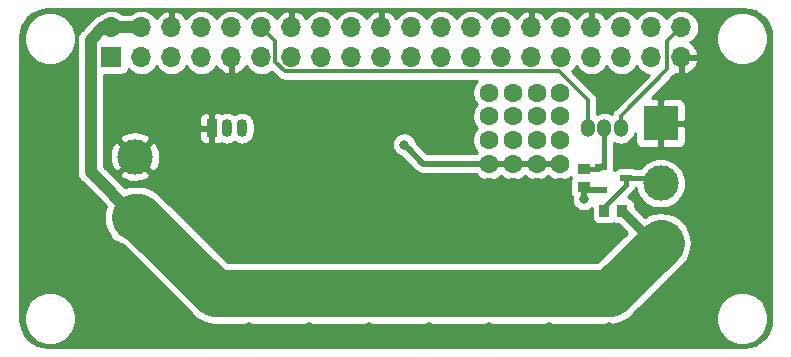
<source format=gbl>
G04 #@! TF.GenerationSoftware,KiCad,Pcbnew,5.0.0-fee4fd1~66~ubuntu16.04.1*
G04 #@! TF.CreationDate,2018-08-08T16:47:19+03:00*
G04 #@! TF.ProjectId,rpi_zero_ws2812,7270695F7A65726F5F7773323831322E,rev?*
G04 #@! TF.SameCoordinates,Original*
G04 #@! TF.FileFunction,Copper,L2,Bot,Signal*
G04 #@! TF.FilePolarity,Positive*
%FSLAX46Y46*%
G04 Gerber Fmt 4.6, Leading zero omitted, Abs format (unit mm)*
G04 Created by KiCad (PCBNEW 5.0.0-fee4fd1~66~ubuntu16.04.1) date Wed Aug  8 16:47:19 2018*
%MOMM*%
%LPD*%
G01*
G04 APERTURE LIST*
G04 #@! TA.AperFunction,ComponentPad*
%ADD10C,1.600000*%
G04 #@! TD*
G04 #@! TA.AperFunction,SMDPad,CuDef*
%ADD11R,0.899160X1.000760*%
G04 #@! TD*
G04 #@! TA.AperFunction,SMDPad,CuDef*
%ADD12R,1.000760X0.899160*%
G04 #@! TD*
G04 #@! TA.AperFunction,SMDPad,CuDef*
%ADD13R,1.000760X0.599440*%
G04 #@! TD*
G04 #@! TA.AperFunction,ComponentPad*
%ADD14O,1.700000X1.700000*%
G04 #@! TD*
G04 #@! TA.AperFunction,ComponentPad*
%ADD15R,1.700000X1.700000*%
G04 #@! TD*
G04 #@! TA.AperFunction,ComponentPad*
%ADD16R,0.900000X1.500000*%
G04 #@! TD*
G04 #@! TA.AperFunction,ComponentPad*
%ADD17O,0.900000X1.500000*%
G04 #@! TD*
G04 #@! TA.AperFunction,ComponentPad*
%ADD18R,2.999740X2.999740*%
G04 #@! TD*
G04 #@! TA.AperFunction,ComponentPad*
%ADD19C,2.999740*%
G04 #@! TD*
G04 #@! TA.AperFunction,SMDPad,CuDef*
%ADD20O,1.224000X1.524000*%
G04 #@! TD*
G04 #@! TA.AperFunction,ViaPad*
%ADD21C,0.800000*%
G04 #@! TD*
G04 #@! TA.AperFunction,Conductor*
%ADD22C,0.500000*%
G04 #@! TD*
G04 #@! TA.AperFunction,Conductor*
%ADD23C,4.000000*%
G04 #@! TD*
G04 #@! TA.AperFunction,Conductor*
%ADD24C,1.000000*%
G04 #@! TD*
G04 #@! TA.AperFunction,Conductor*
%ADD25C,0.300000*%
G04 #@! TD*
G04 #@! TA.AperFunction,Conductor*
%ADD26C,0.800000*%
G04 #@! TD*
G04 #@! TA.AperFunction,Conductor*
%ADD27C,0.400000*%
G04 #@! TD*
G04 #@! TA.AperFunction,Conductor*
%ADD28C,0.254000*%
G04 #@! TD*
G04 APERTURE END LIST*
D10*
G04 #@! TO.P,REF\002A\002A,*
G04 #@! TO.N,GND*
X155911880Y-95259420D03*
G04 #@! TD*
G04 #@! TO.P,REF\002A\002A,*
G04 #@! TO.N,GND*
X149911880Y-95259420D03*
G04 #@! TD*
G04 #@! TO.P,REF\002A\002A,*
G04 #@! TO.N,GND*
X151911880Y-95259420D03*
G04 #@! TD*
G04 #@! TO.P,REF\002A\002A,*
G04 #@! TO.N,GND*
X153911880Y-95259420D03*
G04 #@! TD*
D11*
G04 #@! TO.P,R1,1*
G04 #@! TO.N,+5V*
X161161880Y-97259420D03*
G04 #@! TO.P,R1,2*
G04 #@! TO.N,/WS2812_DOUT*
X159658200Y-97259420D03*
G04 #@! TD*
D12*
G04 #@! TO.P,R2,1*
G04 #@! TO.N,/WS2812_DIN*
X157911880Y-93757580D03*
G04 #@! TO.P,R2,2*
G04 #@! TO.N,+3V3*
X157911880Y-95261260D03*
G04 #@! TD*
D13*
G04 #@! TO.P,Q1,1*
G04 #@! TO.N,+3V3*
X159355240Y-95461920D03*
G04 #@! TO.P,Q1,2*
G04 #@! TO.N,/WS2812_DOUT*
X161468520Y-94509420D03*
G04 #@! TO.P,Q1,3*
G04 #@! TO.N,/WS2812_DIN*
X159355240Y-93556920D03*
G04 #@! TD*
D10*
G04 #@! TO.P,REF\002A\002A,*
G04 #@! TO.N,*
X155911880Y-87259420D03*
G04 #@! TD*
G04 #@! TO.P,REF\002A\002A,*
G04 #@! TO.N,*
X155911880Y-89259420D03*
G04 #@! TD*
G04 #@! TO.P,REF\002A\002A,*
G04 #@! TO.N,*
X155911880Y-91259420D03*
G04 #@! TD*
G04 #@! TO.P,REF\002A\002A,*
G04 #@! TO.N,+3V3*
X155911880Y-93259420D03*
G04 #@! TD*
G04 #@! TO.P,REF\002A\002A,*
G04 #@! TO.N,*
X153911880Y-87259420D03*
G04 #@! TD*
G04 #@! TO.P,REF\002A\002A,*
G04 #@! TO.N,*
X153911880Y-89259420D03*
G04 #@! TD*
G04 #@! TO.P,REF\002A\002A,*
G04 #@! TO.N,*
X153911880Y-91259420D03*
G04 #@! TD*
G04 #@! TO.P,REF\002A\002A,*
G04 #@! TO.N,+3V3*
X153911880Y-93259420D03*
G04 #@! TD*
G04 #@! TO.P,REF\002A\002A,*
G04 #@! TO.N,*
X151911880Y-87259420D03*
G04 #@! TD*
G04 #@! TO.P,REF\002A\002A,*
G04 #@! TO.N,*
X151911880Y-89259420D03*
G04 #@! TD*
G04 #@! TO.P,REF\002A\002A,*
G04 #@! TO.N,*
X151911880Y-91259420D03*
G04 #@! TD*
G04 #@! TO.P,REF\002A\002A,*
G04 #@! TO.N,+3V3*
X151911880Y-93259420D03*
G04 #@! TD*
G04 #@! TO.P,REF\002A\002A,*
G04 #@! TO.N,*
X149911880Y-87259420D03*
G04 #@! TD*
G04 #@! TO.P,REF\002A\002A,*
G04 #@! TO.N,*
X149911880Y-89259420D03*
G04 #@! TD*
G04 #@! TO.P,REF\002A\002A,*
G04 #@! TO.N,*
X149911880Y-91259420D03*
G04 #@! TD*
G04 #@! TO.P,REF\002A\002A,*
G04 #@! TO.N,+3V3*
X149911880Y-93259420D03*
G04 #@! TD*
D14*
G04 #@! TO.P,J1,40*
G04 #@! TO.N,/WS2812_PCM*
X166171880Y-81719420D03*
G04 #@! TO.P,J1,39*
G04 #@! TO.N,GND*
X166171880Y-84259420D03*
G04 #@! TO.P,J1,38*
G04 #@! TO.N,N/C*
X163631880Y-81719420D03*
G04 #@! TO.P,J1,37*
X163631880Y-84259420D03*
G04 #@! TO.P,J1,36*
X161091880Y-81719420D03*
G04 #@! TO.P,J1,35*
X161091880Y-84259420D03*
G04 #@! TO.P,J1,34*
G04 #@! TO.N,GND*
X158551880Y-81719420D03*
G04 #@! TO.P,J1,33*
G04 #@! TO.N,N/C*
X158551880Y-84259420D03*
G04 #@! TO.P,J1,32*
X156011880Y-81719420D03*
G04 #@! TO.P,J1,31*
X156011880Y-84259420D03*
G04 #@! TO.P,J1,30*
G04 #@! TO.N,GND*
X153471880Y-81719420D03*
G04 #@! TO.P,J1,29*
G04 #@! TO.N,N/C*
X153471880Y-84259420D03*
G04 #@! TO.P,J1,28*
X150931880Y-81719420D03*
G04 #@! TO.P,J1,27*
X150931880Y-84259420D03*
G04 #@! TO.P,J1,26*
X148391880Y-81719420D03*
G04 #@! TO.P,J1,25*
G04 #@! TO.N,GND*
X148391880Y-84259420D03*
G04 #@! TO.P,J1,24*
G04 #@! TO.N,N/C*
X145851880Y-81719420D03*
G04 #@! TO.P,J1,23*
X145851880Y-84259420D03*
G04 #@! TO.P,J1,22*
X143311880Y-81719420D03*
G04 #@! TO.P,J1,21*
X143311880Y-84259420D03*
G04 #@! TO.P,J1,20*
G04 #@! TO.N,GND*
X140771880Y-81719420D03*
G04 #@! TO.P,J1,19*
G04 #@! TO.N,N/C*
X140771880Y-84259420D03*
G04 #@! TO.P,J1,18*
X138231880Y-81719420D03*
G04 #@! TO.P,J1,17*
X138231880Y-84259420D03*
G04 #@! TO.P,J1,16*
X135691880Y-81719420D03*
G04 #@! TO.P,J1,15*
X135691880Y-84259420D03*
G04 #@! TO.P,J1,14*
G04 #@! TO.N,GND*
X133151880Y-81719420D03*
G04 #@! TO.P,J1,13*
G04 #@! TO.N,N/C*
X133151880Y-84259420D03*
G04 #@! TO.P,J1,12*
G04 #@! TO.N,/WS2812_PWM*
X130611880Y-81719420D03*
G04 #@! TO.P,J1,11*
G04 #@! TO.N,N/C*
X130611880Y-84259420D03*
G04 #@! TO.P,J1,10*
X128071880Y-81719420D03*
G04 #@! TO.P,J1,9*
G04 #@! TO.N,GND*
X128071880Y-84259420D03*
G04 #@! TO.P,J1,8*
G04 #@! TO.N,N/C*
X125531880Y-81719420D03*
G04 #@! TO.P,J1,7*
G04 #@! TO.N,/TEMP_SENS*
X125531880Y-84259420D03*
G04 #@! TO.P,J1,6*
G04 #@! TO.N,GND*
X122991880Y-81719420D03*
G04 #@! TO.P,J1,5*
G04 #@! TO.N,N/C*
X122991880Y-84259420D03*
G04 #@! TO.P,J1,4*
G04 #@! TO.N,+5V*
X120451880Y-81719420D03*
G04 #@! TO.P,J1,3*
G04 #@! TO.N,N/C*
X120451880Y-84259420D03*
G04 #@! TO.P,J1,2*
G04 #@! TO.N,+5V*
X117911880Y-81719420D03*
D15*
G04 #@! TO.P,J1,1*
G04 #@! TO.N,N/C*
X117911880Y-84259420D03*
G04 #@! TD*
D16*
G04 #@! TO.P,U3,1*
G04 #@! TO.N,GND*
X126411880Y-90259420D03*
D17*
G04 #@! TO.P,U3,3*
G04 #@! TO.N,+3V3*
X128951880Y-90259420D03*
G04 #@! TO.P,U3,2*
G04 #@! TO.N,/TEMP_SENS*
X127681880Y-90259420D03*
G04 #@! TD*
D18*
G04 #@! TO.P,J2,1*
G04 #@! TO.N,+5V*
X119911880Y-97759420D03*
D19*
G04 #@! TO.P,J2,2*
G04 #@! TO.N,GND*
X119911880Y-92679420D03*
G04 #@! TD*
D18*
G04 #@! TO.P,J4,1*
G04 #@! TO.N,GND*
X164411880Y-89849420D03*
D19*
G04 #@! TO.P,J4,2*
G04 #@! TO.N,/WS2812_DOUT*
X164411880Y-94929420D03*
G04 #@! TO.P,J4,3*
G04 #@! TO.N,+5V*
X164411880Y-100009420D03*
G04 #@! TD*
D20*
G04 #@! TO.P,JP1,3*
G04 #@! TO.N,/WS2812_PWM*
X158264880Y-90259420D03*
G04 #@! TO.P,JP1,2*
G04 #@! TO.N,/WS2812_DIN*
X159661880Y-90259420D03*
G04 #@! TO.P,JP1,1*
G04 #@! TO.N,/WS2812_PCM*
X161058880Y-90259420D03*
G04 #@! TD*
D21*
G04 #@! TO.N,GND*
X114316879Y-86804419D03*
X119396879Y-86804419D03*
X124476879Y-86804419D03*
X134636879Y-86804419D03*
X139716879Y-86804419D03*
X144796879Y-86804419D03*
X160036879Y-86804419D03*
X170196879Y-86804419D03*
X111776879Y-89344419D03*
X121936879Y-89344419D03*
X132096879Y-89344419D03*
X167656879Y-89344419D03*
X172736879Y-89344419D03*
X114316879Y-91884419D03*
X124476879Y-91884419D03*
X170196879Y-91884419D03*
X111776879Y-94424419D03*
X121936879Y-94424419D03*
X132096879Y-94424419D03*
X167656879Y-94424419D03*
X172736879Y-94424419D03*
X114316879Y-96964419D03*
X129556879Y-96964419D03*
X134636879Y-96964419D03*
X149876879Y-96964419D03*
X154956879Y-96964419D03*
X170196879Y-96964419D03*
X111776879Y-99504419D03*
X116856879Y-99504419D03*
X132096879Y-99504419D03*
X137176879Y-99504419D03*
X147336879Y-99504419D03*
X152416879Y-99504419D03*
X157496879Y-99504419D03*
X167656879Y-99504419D03*
X172736879Y-99504419D03*
X114316879Y-102044419D03*
X170196879Y-102044419D03*
X116856879Y-104584419D03*
X167656879Y-104584419D03*
X119396879Y-107124419D03*
X124476879Y-107124419D03*
X129556879Y-107124419D03*
X134636879Y-107124419D03*
X139716879Y-107124419D03*
X144796879Y-107124419D03*
X149876879Y-107124419D03*
X154956879Y-107124419D03*
X160036879Y-107124419D03*
X165116879Y-107124419D03*
G04 #@! TO.N,+3V3*
X157911880Y-96259420D03*
X142711880Y-91659420D03*
G04 #@! TO.N,+5V*
X162411880Y-102009420D03*
X159661880Y-104259420D03*
X156161880Y-104259420D03*
X152661880Y-104259420D03*
X149161880Y-104259420D03*
X145661880Y-104259420D03*
X138661880Y-104259420D03*
X142161880Y-104259420D03*
X135161880Y-104259420D03*
X131661880Y-104259420D03*
X128161880Y-104259420D03*
X125161880Y-103009420D03*
X122661880Y-100509420D03*
G04 #@! TD*
D22*
G04 #@! TO.N,+3V3*
X157911880Y-95261260D02*
X157655598Y-95261260D01*
X158112540Y-95461920D02*
X157911880Y-95261260D01*
X159355240Y-95461920D02*
X158112540Y-95461920D01*
X157911880Y-96259420D02*
X157911880Y-95261260D01*
X149911880Y-93259420D02*
X151911880Y-93259420D01*
X151911880Y-93259420D02*
X153911880Y-93259420D01*
X153911880Y-93259420D02*
X155911880Y-93259420D01*
X149911880Y-93259420D02*
X144311880Y-93259420D01*
X144311880Y-93259420D02*
X143111879Y-92059419D01*
X143111879Y-92059419D02*
X142711880Y-91659420D01*
D23*
G04 #@! TO.N,+5V*
X119911880Y-97759420D02*
X120161880Y-97759420D01*
X120161880Y-97759420D02*
X126661880Y-104259420D01*
X126661880Y-104259420D02*
X160161880Y-104259420D01*
X160161880Y-104259420D02*
X164411880Y-100009420D01*
D24*
X117201880Y-81719420D02*
X116161880Y-82759420D01*
X116161880Y-94009420D02*
X119911880Y-97759420D01*
X117911880Y-81719420D02*
X117201880Y-81719420D01*
X116161880Y-82759420D02*
X116161880Y-94009420D01*
X120451880Y-81719420D02*
X117911880Y-81719420D01*
D25*
X163861080Y-100009420D02*
X164411880Y-100009420D01*
D26*
X161161880Y-97310220D02*
X163861080Y-100009420D01*
D25*
X161161880Y-97259420D02*
X161161880Y-97310220D01*
G04 #@! TO.N,/WS2812_PCM*
X165321881Y-82569419D02*
X166171880Y-81719420D01*
X164971879Y-82919421D02*
X165321881Y-82569419D01*
X164971879Y-85284421D02*
X164971879Y-82919421D01*
X161058880Y-89197420D02*
X164971879Y-85284421D01*
X161058880Y-90259420D02*
X161058880Y-89197420D01*
G04 #@! TO.N,/WS2812_PWM*
X131811881Y-82919421D02*
X131461879Y-82569419D01*
X131811881Y-84695423D02*
X131811881Y-82919421D01*
X131461879Y-82569419D02*
X130611880Y-81719420D01*
X132575879Y-85459421D02*
X131811881Y-84695423D01*
X155813883Y-85459421D02*
X132575879Y-85459421D01*
X158264880Y-87910418D02*
X155813883Y-85459421D01*
X158264880Y-90259420D02*
X158264880Y-87910418D01*
D27*
G04 #@! TO.N,/WS2812_DOUT*
X163991880Y-94509420D02*
X164411880Y-94929420D01*
X161468520Y-94509420D02*
X163991880Y-94509420D01*
X159658200Y-96913100D02*
X161468520Y-95102780D01*
X161468520Y-95102780D02*
X161468520Y-94509420D01*
X159658200Y-97259420D02*
X159658200Y-96913100D01*
G04 #@! TO.N,/WS2812_DIN*
X159661880Y-93250280D02*
X159355240Y-93556920D01*
X159661880Y-90259420D02*
X159661880Y-93250280D01*
X159154580Y-93757580D02*
X159355240Y-93556920D01*
X157911880Y-93757580D02*
X159154580Y-93757580D01*
G04 #@! TD*
D28*
G04 #@! TO.N,GND*
G36*
X171944134Y-80256953D02*
X172371355Y-80385938D01*
X172765384Y-80595446D01*
X173111214Y-80877499D01*
X173395673Y-81221351D01*
X173607929Y-81613910D01*
X173739892Y-82040213D01*
X173790000Y-82516964D01*
X173790001Y-106015114D01*
X173790000Y-106015124D01*
X173790000Y-106465279D01*
X173743048Y-106944133D01*
X173614063Y-107371353D01*
X173404554Y-107765384D01*
X173122501Y-108111214D01*
X172778651Y-108395672D01*
X172386093Y-108607927D01*
X171959788Y-108739891D01*
X171483036Y-108790000D01*
X112534721Y-108790000D01*
X112055867Y-108743048D01*
X111628647Y-108614063D01*
X111234616Y-108404554D01*
X110888786Y-108122501D01*
X110604328Y-107778651D01*
X110392073Y-107386093D01*
X110260109Y-106959788D01*
X110210000Y-106483036D01*
X110210000Y-106139292D01*
X110476880Y-106139292D01*
X110476880Y-106579548D01*
X110562770Y-107011345D01*
X110731249Y-107418089D01*
X110975842Y-107784149D01*
X111287151Y-108095458D01*
X111653211Y-108340051D01*
X112059955Y-108508530D01*
X112491752Y-108594420D01*
X112932008Y-108594420D01*
X113363805Y-108508530D01*
X113770549Y-108340051D01*
X114136609Y-108095458D01*
X114447918Y-107784149D01*
X114692511Y-107418089D01*
X114860990Y-107011345D01*
X114946880Y-106579548D01*
X114946880Y-106139292D01*
X114860990Y-105707495D01*
X114692511Y-105300751D01*
X114447918Y-104934691D01*
X114136609Y-104623382D01*
X113770549Y-104378789D01*
X113363805Y-104210310D01*
X112932008Y-104124420D01*
X112491752Y-104124420D01*
X112059955Y-104210310D01*
X111653211Y-104378789D01*
X111287151Y-104623382D01*
X110975842Y-104934691D01*
X110731249Y-105300751D01*
X110562770Y-105707495D01*
X110476880Y-106139292D01*
X110210000Y-106139292D01*
X110210000Y-82534721D01*
X110219357Y-82439292D01*
X110476880Y-82439292D01*
X110476880Y-82879548D01*
X110562770Y-83311345D01*
X110731249Y-83718089D01*
X110975842Y-84084149D01*
X111287151Y-84395458D01*
X111653211Y-84640051D01*
X112059955Y-84808530D01*
X112491752Y-84894420D01*
X112932008Y-84894420D01*
X113363805Y-84808530D01*
X113770549Y-84640051D01*
X114136609Y-84395458D01*
X114447918Y-84084149D01*
X114692511Y-83718089D01*
X114860990Y-83311345D01*
X114946880Y-82879548D01*
X114946880Y-82759420D01*
X115021389Y-82759420D01*
X115026880Y-82815172D01*
X115026881Y-93953659D01*
X115021389Y-94009420D01*
X115043303Y-94231918D01*
X115108204Y-94445866D01*
X115142212Y-94509490D01*
X115213597Y-94643043D01*
X115355432Y-94815869D01*
X115398740Y-94851411D01*
X117425605Y-96878277D01*
X117315007Y-97242870D01*
X117264131Y-97759420D01*
X117315007Y-98275970D01*
X117465679Y-98772670D01*
X117710357Y-99230431D01*
X117779379Y-99314534D01*
X117786198Y-99383772D01*
X117822508Y-99503470D01*
X117881473Y-99613784D01*
X117960825Y-99710475D01*
X118057516Y-99789827D01*
X118167830Y-99848792D01*
X118287528Y-99885102D01*
X118356766Y-99891921D01*
X118440869Y-99960943D01*
X118862107Y-100186099D01*
X124707126Y-106031119D01*
X124789639Y-106131661D01*
X125190869Y-106460943D01*
X125648630Y-106705621D01*
X126145329Y-106856293D01*
X126196838Y-106861366D01*
X126532438Y-106894420D01*
X126532445Y-106894420D01*
X126661879Y-106907168D01*
X126791313Y-106894420D01*
X160032446Y-106894420D01*
X160161880Y-106907168D01*
X160291314Y-106894420D01*
X160291322Y-106894420D01*
X160678430Y-106856293D01*
X161175130Y-106705621D01*
X161632891Y-106460943D01*
X162024822Y-106139292D01*
X169076880Y-106139292D01*
X169076880Y-106579548D01*
X169162770Y-107011345D01*
X169331249Y-107418089D01*
X169575842Y-107784149D01*
X169887151Y-108095458D01*
X170253211Y-108340051D01*
X170659955Y-108508530D01*
X171091752Y-108594420D01*
X171532008Y-108594420D01*
X171963805Y-108508530D01*
X172370549Y-108340051D01*
X172736609Y-108095458D01*
X173047918Y-107784149D01*
X173292511Y-107418089D01*
X173460990Y-107011345D01*
X173546880Y-106579548D01*
X173546880Y-106139292D01*
X173460990Y-105707495D01*
X173292511Y-105300751D01*
X173047918Y-104934691D01*
X172736609Y-104623382D01*
X172370549Y-104378789D01*
X171963805Y-104210310D01*
X171532008Y-104124420D01*
X171091752Y-104124420D01*
X170659955Y-104210310D01*
X170253211Y-104378789D01*
X169887151Y-104623382D01*
X169575842Y-104934691D01*
X169331249Y-105300751D01*
X169162770Y-105707495D01*
X169076880Y-106139292D01*
X162024822Y-106139292D01*
X162034121Y-106131661D01*
X162116638Y-106031114D01*
X166366635Y-101781117D01*
X166613402Y-101480431D01*
X166858081Y-101022670D01*
X167008753Y-100525970D01*
X167059628Y-100009420D01*
X167008753Y-99492870D01*
X166858081Y-98996171D01*
X166613402Y-98538410D01*
X166284121Y-98137179D01*
X165882890Y-97807898D01*
X165425129Y-97563219D01*
X164928430Y-97412547D01*
X164411880Y-97361672D01*
X163895330Y-97412547D01*
X163398630Y-97563219D01*
X163059734Y-97744363D01*
X162249532Y-96934162D01*
X162249532Y-96759040D01*
X162237272Y-96634558D01*
X162200962Y-96514860D01*
X162141997Y-96404546D01*
X162062645Y-96307855D01*
X161965954Y-96228503D01*
X161855640Y-96169538D01*
X161735942Y-96133228D01*
X161629430Y-96122738D01*
X162029948Y-95722220D01*
X162061811Y-95696071D01*
X162166156Y-95568926D01*
X162243692Y-95423867D01*
X162258749Y-95374231D01*
X162314521Y-95344420D01*
X162317734Y-95344420D01*
X162359052Y-95552139D01*
X162519983Y-95940660D01*
X162753618Y-96290320D01*
X163050980Y-96587682D01*
X163400640Y-96821317D01*
X163789161Y-96982248D01*
X164201614Y-97064290D01*
X164622146Y-97064290D01*
X165034599Y-96982248D01*
X165423120Y-96821317D01*
X165772780Y-96587682D01*
X166070142Y-96290320D01*
X166303777Y-95940660D01*
X166464708Y-95552139D01*
X166546750Y-95139686D01*
X166546750Y-94719154D01*
X166464708Y-94306701D01*
X166303777Y-93918180D01*
X166070142Y-93568520D01*
X165772780Y-93271158D01*
X165423120Y-93037523D01*
X165034599Y-92876592D01*
X164622146Y-92794550D01*
X164201614Y-92794550D01*
X163789161Y-92876592D01*
X163400640Y-93037523D01*
X163050980Y-93271158D01*
X162753618Y-93568520D01*
X162682858Y-93674420D01*
X162314521Y-93674420D01*
X162213080Y-93620198D01*
X162093382Y-93583888D01*
X161968900Y-93571628D01*
X160968140Y-93571628D01*
X160843658Y-93583888D01*
X160723960Y-93620198D01*
X160613646Y-93679163D01*
X160516955Y-93758515D01*
X160493692Y-93786861D01*
X160493692Y-93323667D01*
X160496880Y-93291299D01*
X160496880Y-93291289D01*
X160500919Y-93250281D01*
X160496880Y-93209273D01*
X160496880Y-91522983D01*
X160579365Y-91567072D01*
X160814425Y-91638376D01*
X161058880Y-91662453D01*
X161303334Y-91638376D01*
X161538394Y-91567072D01*
X161755027Y-91451279D01*
X161944908Y-91295448D01*
X162100739Y-91105568D01*
X162216532Y-90888935D01*
X162277010Y-90689564D01*
X162277010Y-91411832D01*
X162301413Y-91534513D01*
X162349280Y-91650075D01*
X162418773Y-91754079D01*
X162507221Y-91842527D01*
X162611225Y-91912020D01*
X162726787Y-91959887D01*
X162849468Y-91984290D01*
X164126130Y-91984290D01*
X164284880Y-91825540D01*
X164284880Y-89976420D01*
X164538880Y-89976420D01*
X164538880Y-91825540D01*
X164697630Y-91984290D01*
X165974292Y-91984290D01*
X166096973Y-91959887D01*
X166212535Y-91912020D01*
X166316539Y-91842527D01*
X166404987Y-91754079D01*
X166474480Y-91650075D01*
X166522347Y-91534513D01*
X166546750Y-91411832D01*
X166546750Y-90135170D01*
X166388000Y-89976420D01*
X164538880Y-89976420D01*
X164284880Y-89976420D01*
X164264880Y-89976420D01*
X164264880Y-89722420D01*
X164284880Y-89722420D01*
X164284880Y-87873300D01*
X164538880Y-87873300D01*
X164538880Y-89722420D01*
X166388000Y-89722420D01*
X166546750Y-89563670D01*
X166546750Y-88287008D01*
X166522347Y-88164327D01*
X166474480Y-88048765D01*
X166404987Y-87944761D01*
X166316539Y-87856313D01*
X166212535Y-87786820D01*
X166096973Y-87738953D01*
X165974292Y-87714550D01*
X164697630Y-87714550D01*
X164538880Y-87873300D01*
X164284880Y-87873300D01*
X164126130Y-87714550D01*
X163651908Y-87714550D01*
X165499696Y-85866762D01*
X165529643Y-85842185D01*
X165627741Y-85722654D01*
X165664159Y-85654520D01*
X165667781Y-85656245D01*
X165814990Y-85700896D01*
X166044880Y-85579575D01*
X166044880Y-84386420D01*
X166298880Y-84386420D01*
X166298880Y-85579575D01*
X166528770Y-85700896D01*
X166675979Y-85656245D01*
X166938800Y-85531061D01*
X167172149Y-85357008D01*
X167367058Y-85140775D01*
X167516037Y-84890672D01*
X167613361Y-84616311D01*
X167492694Y-84386420D01*
X166298880Y-84386420D01*
X166044880Y-84386420D01*
X166024880Y-84386420D01*
X166024880Y-84132420D01*
X166044880Y-84132420D01*
X166044880Y-84112420D01*
X166298880Y-84112420D01*
X166298880Y-84132420D01*
X167492694Y-84132420D01*
X167613361Y-83902529D01*
X167516037Y-83628168D01*
X167367058Y-83378065D01*
X167172149Y-83161832D01*
X166943124Y-82991004D01*
X167000894Y-82960126D01*
X167227014Y-82774554D01*
X167412586Y-82548434D01*
X167470923Y-82439292D01*
X169076880Y-82439292D01*
X169076880Y-82879548D01*
X169162770Y-83311345D01*
X169331249Y-83718089D01*
X169575842Y-84084149D01*
X169887151Y-84395458D01*
X170253211Y-84640051D01*
X170659955Y-84808530D01*
X171091752Y-84894420D01*
X171532008Y-84894420D01*
X171963805Y-84808530D01*
X172370549Y-84640051D01*
X172736609Y-84395458D01*
X173047918Y-84084149D01*
X173292511Y-83718089D01*
X173460990Y-83311345D01*
X173546880Y-82879548D01*
X173546880Y-82439292D01*
X173460990Y-82007495D01*
X173292511Y-81600751D01*
X173047918Y-81234691D01*
X172736609Y-80923382D01*
X172370549Y-80678789D01*
X171963805Y-80510310D01*
X171532008Y-80424420D01*
X171091752Y-80424420D01*
X170659955Y-80510310D01*
X170253211Y-80678789D01*
X169887151Y-80923382D01*
X169575842Y-81234691D01*
X169331249Y-81600751D01*
X169162770Y-82007495D01*
X169076880Y-82439292D01*
X167470923Y-82439292D01*
X167550479Y-82290454D01*
X167635393Y-82010531D01*
X167664065Y-81719420D01*
X167635393Y-81428309D01*
X167550479Y-81148386D01*
X167412586Y-80890406D01*
X167227014Y-80664286D01*
X167000894Y-80478714D01*
X166742914Y-80340821D01*
X166462991Y-80255907D01*
X166244830Y-80234420D01*
X166098930Y-80234420D01*
X165880769Y-80255907D01*
X165600846Y-80340821D01*
X165342866Y-80478714D01*
X165116746Y-80664286D01*
X164931174Y-80890406D01*
X164901880Y-80945211D01*
X164872586Y-80890406D01*
X164687014Y-80664286D01*
X164460894Y-80478714D01*
X164202914Y-80340821D01*
X163922991Y-80255907D01*
X163704830Y-80234420D01*
X163558930Y-80234420D01*
X163340769Y-80255907D01*
X163060846Y-80340821D01*
X162802866Y-80478714D01*
X162576746Y-80664286D01*
X162391174Y-80890406D01*
X162361880Y-80945211D01*
X162332586Y-80890406D01*
X162147014Y-80664286D01*
X161920894Y-80478714D01*
X161662914Y-80340821D01*
X161382991Y-80255907D01*
X161164830Y-80234420D01*
X161018930Y-80234420D01*
X160800769Y-80255907D01*
X160520846Y-80340821D01*
X160262866Y-80478714D01*
X160036746Y-80664286D01*
X159851174Y-80890406D01*
X159816679Y-80954943D01*
X159747058Y-80838065D01*
X159552149Y-80621832D01*
X159318800Y-80447779D01*
X159055979Y-80322595D01*
X158908770Y-80277944D01*
X158678880Y-80399265D01*
X158678880Y-81592420D01*
X158698880Y-81592420D01*
X158698880Y-81846420D01*
X158678880Y-81846420D01*
X158678880Y-81866420D01*
X158424880Y-81866420D01*
X158424880Y-81846420D01*
X158404880Y-81846420D01*
X158404880Y-81592420D01*
X158424880Y-81592420D01*
X158424880Y-80399265D01*
X158194990Y-80277944D01*
X158047781Y-80322595D01*
X157784960Y-80447779D01*
X157551611Y-80621832D01*
X157356702Y-80838065D01*
X157287081Y-80954943D01*
X157252586Y-80890406D01*
X157067014Y-80664286D01*
X156840894Y-80478714D01*
X156582914Y-80340821D01*
X156302991Y-80255907D01*
X156084830Y-80234420D01*
X155938930Y-80234420D01*
X155720769Y-80255907D01*
X155440846Y-80340821D01*
X155182866Y-80478714D01*
X154956746Y-80664286D01*
X154771174Y-80890406D01*
X154736679Y-80954943D01*
X154667058Y-80838065D01*
X154472149Y-80621832D01*
X154238800Y-80447779D01*
X153975979Y-80322595D01*
X153828770Y-80277944D01*
X153598880Y-80399265D01*
X153598880Y-81592420D01*
X153618880Y-81592420D01*
X153618880Y-81846420D01*
X153598880Y-81846420D01*
X153598880Y-81866420D01*
X153344880Y-81866420D01*
X153344880Y-81846420D01*
X153324880Y-81846420D01*
X153324880Y-81592420D01*
X153344880Y-81592420D01*
X153344880Y-80399265D01*
X153114990Y-80277944D01*
X152967781Y-80322595D01*
X152704960Y-80447779D01*
X152471611Y-80621832D01*
X152276702Y-80838065D01*
X152207081Y-80954943D01*
X152172586Y-80890406D01*
X151987014Y-80664286D01*
X151760894Y-80478714D01*
X151502914Y-80340821D01*
X151222991Y-80255907D01*
X151004830Y-80234420D01*
X150858930Y-80234420D01*
X150640769Y-80255907D01*
X150360846Y-80340821D01*
X150102866Y-80478714D01*
X149876746Y-80664286D01*
X149691174Y-80890406D01*
X149661880Y-80945211D01*
X149632586Y-80890406D01*
X149447014Y-80664286D01*
X149220894Y-80478714D01*
X148962914Y-80340821D01*
X148682991Y-80255907D01*
X148464830Y-80234420D01*
X148318930Y-80234420D01*
X148100769Y-80255907D01*
X147820846Y-80340821D01*
X147562866Y-80478714D01*
X147336746Y-80664286D01*
X147151174Y-80890406D01*
X147121880Y-80945211D01*
X147092586Y-80890406D01*
X146907014Y-80664286D01*
X146680894Y-80478714D01*
X146422914Y-80340821D01*
X146142991Y-80255907D01*
X145924830Y-80234420D01*
X145778930Y-80234420D01*
X145560769Y-80255907D01*
X145280846Y-80340821D01*
X145022866Y-80478714D01*
X144796746Y-80664286D01*
X144611174Y-80890406D01*
X144581880Y-80945211D01*
X144552586Y-80890406D01*
X144367014Y-80664286D01*
X144140894Y-80478714D01*
X143882914Y-80340821D01*
X143602991Y-80255907D01*
X143384830Y-80234420D01*
X143238930Y-80234420D01*
X143020769Y-80255907D01*
X142740846Y-80340821D01*
X142482866Y-80478714D01*
X142256746Y-80664286D01*
X142071174Y-80890406D01*
X142036679Y-80954943D01*
X141967058Y-80838065D01*
X141772149Y-80621832D01*
X141538800Y-80447779D01*
X141275979Y-80322595D01*
X141128770Y-80277944D01*
X140898880Y-80399265D01*
X140898880Y-81592420D01*
X140918880Y-81592420D01*
X140918880Y-81846420D01*
X140898880Y-81846420D01*
X140898880Y-81866420D01*
X140644880Y-81866420D01*
X140644880Y-81846420D01*
X140624880Y-81846420D01*
X140624880Y-81592420D01*
X140644880Y-81592420D01*
X140644880Y-80399265D01*
X140414990Y-80277944D01*
X140267781Y-80322595D01*
X140004960Y-80447779D01*
X139771611Y-80621832D01*
X139576702Y-80838065D01*
X139507081Y-80954943D01*
X139472586Y-80890406D01*
X139287014Y-80664286D01*
X139060894Y-80478714D01*
X138802914Y-80340821D01*
X138522991Y-80255907D01*
X138304830Y-80234420D01*
X138158930Y-80234420D01*
X137940769Y-80255907D01*
X137660846Y-80340821D01*
X137402866Y-80478714D01*
X137176746Y-80664286D01*
X136991174Y-80890406D01*
X136961880Y-80945211D01*
X136932586Y-80890406D01*
X136747014Y-80664286D01*
X136520894Y-80478714D01*
X136262914Y-80340821D01*
X135982991Y-80255907D01*
X135764830Y-80234420D01*
X135618930Y-80234420D01*
X135400769Y-80255907D01*
X135120846Y-80340821D01*
X134862866Y-80478714D01*
X134636746Y-80664286D01*
X134451174Y-80890406D01*
X134416679Y-80954943D01*
X134347058Y-80838065D01*
X134152149Y-80621832D01*
X133918800Y-80447779D01*
X133655979Y-80322595D01*
X133508770Y-80277944D01*
X133278880Y-80399265D01*
X133278880Y-81592420D01*
X133298880Y-81592420D01*
X133298880Y-81846420D01*
X133278880Y-81846420D01*
X133278880Y-81866420D01*
X133024880Y-81866420D01*
X133024880Y-81846420D01*
X133004880Y-81846420D01*
X133004880Y-81592420D01*
X133024880Y-81592420D01*
X133024880Y-80399265D01*
X132794990Y-80277944D01*
X132647781Y-80322595D01*
X132384960Y-80447779D01*
X132151611Y-80621832D01*
X131956702Y-80838065D01*
X131887081Y-80954943D01*
X131852586Y-80890406D01*
X131667014Y-80664286D01*
X131440894Y-80478714D01*
X131182914Y-80340821D01*
X130902991Y-80255907D01*
X130684830Y-80234420D01*
X130538930Y-80234420D01*
X130320769Y-80255907D01*
X130040846Y-80340821D01*
X129782866Y-80478714D01*
X129556746Y-80664286D01*
X129371174Y-80890406D01*
X129341880Y-80945211D01*
X129312586Y-80890406D01*
X129127014Y-80664286D01*
X128900894Y-80478714D01*
X128642914Y-80340821D01*
X128362991Y-80255907D01*
X128144830Y-80234420D01*
X127998930Y-80234420D01*
X127780769Y-80255907D01*
X127500846Y-80340821D01*
X127242866Y-80478714D01*
X127016746Y-80664286D01*
X126831174Y-80890406D01*
X126801880Y-80945211D01*
X126772586Y-80890406D01*
X126587014Y-80664286D01*
X126360894Y-80478714D01*
X126102914Y-80340821D01*
X125822991Y-80255907D01*
X125604830Y-80234420D01*
X125458930Y-80234420D01*
X125240769Y-80255907D01*
X124960846Y-80340821D01*
X124702866Y-80478714D01*
X124476746Y-80664286D01*
X124291174Y-80890406D01*
X124256679Y-80954943D01*
X124187058Y-80838065D01*
X123992149Y-80621832D01*
X123758800Y-80447779D01*
X123495979Y-80322595D01*
X123348770Y-80277944D01*
X123118880Y-80399265D01*
X123118880Y-81592420D01*
X123138880Y-81592420D01*
X123138880Y-81846420D01*
X123118880Y-81846420D01*
X123118880Y-81866420D01*
X122864880Y-81866420D01*
X122864880Y-81846420D01*
X122844880Y-81846420D01*
X122844880Y-81592420D01*
X122864880Y-81592420D01*
X122864880Y-80399265D01*
X122634990Y-80277944D01*
X122487781Y-80322595D01*
X122224960Y-80447779D01*
X121991611Y-80621832D01*
X121796702Y-80838065D01*
X121727081Y-80954943D01*
X121692586Y-80890406D01*
X121507014Y-80664286D01*
X121280894Y-80478714D01*
X121022914Y-80340821D01*
X120742991Y-80255907D01*
X120524830Y-80234420D01*
X120378930Y-80234420D01*
X120160769Y-80255907D01*
X119880846Y-80340821D01*
X119622866Y-80478714D01*
X119494063Y-80584420D01*
X118869697Y-80584420D01*
X118740894Y-80478714D01*
X118482914Y-80340821D01*
X118202991Y-80255907D01*
X117984830Y-80234420D01*
X117838930Y-80234420D01*
X117620769Y-80255907D01*
X117340846Y-80340821D01*
X117082866Y-80478714D01*
X116907472Y-80622656D01*
X116843402Y-80642092D01*
X116765433Y-80665744D01*
X116568257Y-80771136D01*
X116395431Y-80912971D01*
X116359888Y-80956280D01*
X115398744Y-81917424D01*
X115355431Y-81952971D01*
X115213596Y-82125797D01*
X115142216Y-82259342D01*
X115108204Y-82322974D01*
X115043303Y-82536922D01*
X115021389Y-82759420D01*
X114946880Y-82759420D01*
X114946880Y-82439292D01*
X114860990Y-82007495D01*
X114692511Y-81600751D01*
X114447918Y-81234691D01*
X114136609Y-80923382D01*
X113770549Y-80678789D01*
X113363805Y-80510310D01*
X112932008Y-80424420D01*
X112491752Y-80424420D01*
X112059955Y-80510310D01*
X111653211Y-80678789D01*
X111287151Y-80923382D01*
X110975842Y-81234691D01*
X110731249Y-81600751D01*
X110562770Y-82007495D01*
X110476880Y-82439292D01*
X110219357Y-82439292D01*
X110256953Y-82055866D01*
X110385938Y-81628645D01*
X110595446Y-81234616D01*
X110877499Y-80888786D01*
X111221351Y-80604327D01*
X111613910Y-80392071D01*
X112040213Y-80260108D01*
X112516964Y-80210000D01*
X171465279Y-80210000D01*
X171944134Y-80256953D01*
X171944134Y-80256953D01*
G37*
X171944134Y-80256953D02*
X172371355Y-80385938D01*
X172765384Y-80595446D01*
X173111214Y-80877499D01*
X173395673Y-81221351D01*
X173607929Y-81613910D01*
X173739892Y-82040213D01*
X173790000Y-82516964D01*
X173790001Y-106015114D01*
X173790000Y-106015124D01*
X173790000Y-106465279D01*
X173743048Y-106944133D01*
X173614063Y-107371353D01*
X173404554Y-107765384D01*
X173122501Y-108111214D01*
X172778651Y-108395672D01*
X172386093Y-108607927D01*
X171959788Y-108739891D01*
X171483036Y-108790000D01*
X112534721Y-108790000D01*
X112055867Y-108743048D01*
X111628647Y-108614063D01*
X111234616Y-108404554D01*
X110888786Y-108122501D01*
X110604328Y-107778651D01*
X110392073Y-107386093D01*
X110260109Y-106959788D01*
X110210000Y-106483036D01*
X110210000Y-106139292D01*
X110476880Y-106139292D01*
X110476880Y-106579548D01*
X110562770Y-107011345D01*
X110731249Y-107418089D01*
X110975842Y-107784149D01*
X111287151Y-108095458D01*
X111653211Y-108340051D01*
X112059955Y-108508530D01*
X112491752Y-108594420D01*
X112932008Y-108594420D01*
X113363805Y-108508530D01*
X113770549Y-108340051D01*
X114136609Y-108095458D01*
X114447918Y-107784149D01*
X114692511Y-107418089D01*
X114860990Y-107011345D01*
X114946880Y-106579548D01*
X114946880Y-106139292D01*
X114860990Y-105707495D01*
X114692511Y-105300751D01*
X114447918Y-104934691D01*
X114136609Y-104623382D01*
X113770549Y-104378789D01*
X113363805Y-104210310D01*
X112932008Y-104124420D01*
X112491752Y-104124420D01*
X112059955Y-104210310D01*
X111653211Y-104378789D01*
X111287151Y-104623382D01*
X110975842Y-104934691D01*
X110731249Y-105300751D01*
X110562770Y-105707495D01*
X110476880Y-106139292D01*
X110210000Y-106139292D01*
X110210000Y-82534721D01*
X110219357Y-82439292D01*
X110476880Y-82439292D01*
X110476880Y-82879548D01*
X110562770Y-83311345D01*
X110731249Y-83718089D01*
X110975842Y-84084149D01*
X111287151Y-84395458D01*
X111653211Y-84640051D01*
X112059955Y-84808530D01*
X112491752Y-84894420D01*
X112932008Y-84894420D01*
X113363805Y-84808530D01*
X113770549Y-84640051D01*
X114136609Y-84395458D01*
X114447918Y-84084149D01*
X114692511Y-83718089D01*
X114860990Y-83311345D01*
X114946880Y-82879548D01*
X114946880Y-82759420D01*
X115021389Y-82759420D01*
X115026880Y-82815172D01*
X115026881Y-93953659D01*
X115021389Y-94009420D01*
X115043303Y-94231918D01*
X115108204Y-94445866D01*
X115142212Y-94509490D01*
X115213597Y-94643043D01*
X115355432Y-94815869D01*
X115398740Y-94851411D01*
X117425605Y-96878277D01*
X117315007Y-97242870D01*
X117264131Y-97759420D01*
X117315007Y-98275970D01*
X117465679Y-98772670D01*
X117710357Y-99230431D01*
X117779379Y-99314534D01*
X117786198Y-99383772D01*
X117822508Y-99503470D01*
X117881473Y-99613784D01*
X117960825Y-99710475D01*
X118057516Y-99789827D01*
X118167830Y-99848792D01*
X118287528Y-99885102D01*
X118356766Y-99891921D01*
X118440869Y-99960943D01*
X118862107Y-100186099D01*
X124707126Y-106031119D01*
X124789639Y-106131661D01*
X125190869Y-106460943D01*
X125648630Y-106705621D01*
X126145329Y-106856293D01*
X126196838Y-106861366D01*
X126532438Y-106894420D01*
X126532445Y-106894420D01*
X126661879Y-106907168D01*
X126791313Y-106894420D01*
X160032446Y-106894420D01*
X160161880Y-106907168D01*
X160291314Y-106894420D01*
X160291322Y-106894420D01*
X160678430Y-106856293D01*
X161175130Y-106705621D01*
X161632891Y-106460943D01*
X162024822Y-106139292D01*
X169076880Y-106139292D01*
X169076880Y-106579548D01*
X169162770Y-107011345D01*
X169331249Y-107418089D01*
X169575842Y-107784149D01*
X169887151Y-108095458D01*
X170253211Y-108340051D01*
X170659955Y-108508530D01*
X171091752Y-108594420D01*
X171532008Y-108594420D01*
X171963805Y-108508530D01*
X172370549Y-108340051D01*
X172736609Y-108095458D01*
X173047918Y-107784149D01*
X173292511Y-107418089D01*
X173460990Y-107011345D01*
X173546880Y-106579548D01*
X173546880Y-106139292D01*
X173460990Y-105707495D01*
X173292511Y-105300751D01*
X173047918Y-104934691D01*
X172736609Y-104623382D01*
X172370549Y-104378789D01*
X171963805Y-104210310D01*
X171532008Y-104124420D01*
X171091752Y-104124420D01*
X170659955Y-104210310D01*
X170253211Y-104378789D01*
X169887151Y-104623382D01*
X169575842Y-104934691D01*
X169331249Y-105300751D01*
X169162770Y-105707495D01*
X169076880Y-106139292D01*
X162024822Y-106139292D01*
X162034121Y-106131661D01*
X162116638Y-106031114D01*
X166366635Y-101781117D01*
X166613402Y-101480431D01*
X166858081Y-101022670D01*
X167008753Y-100525970D01*
X167059628Y-100009420D01*
X167008753Y-99492870D01*
X166858081Y-98996171D01*
X166613402Y-98538410D01*
X166284121Y-98137179D01*
X165882890Y-97807898D01*
X165425129Y-97563219D01*
X164928430Y-97412547D01*
X164411880Y-97361672D01*
X163895330Y-97412547D01*
X163398630Y-97563219D01*
X163059734Y-97744363D01*
X162249532Y-96934162D01*
X162249532Y-96759040D01*
X162237272Y-96634558D01*
X162200962Y-96514860D01*
X162141997Y-96404546D01*
X162062645Y-96307855D01*
X161965954Y-96228503D01*
X161855640Y-96169538D01*
X161735942Y-96133228D01*
X161629430Y-96122738D01*
X162029948Y-95722220D01*
X162061811Y-95696071D01*
X162166156Y-95568926D01*
X162243692Y-95423867D01*
X162258749Y-95374231D01*
X162314521Y-95344420D01*
X162317734Y-95344420D01*
X162359052Y-95552139D01*
X162519983Y-95940660D01*
X162753618Y-96290320D01*
X163050980Y-96587682D01*
X163400640Y-96821317D01*
X163789161Y-96982248D01*
X164201614Y-97064290D01*
X164622146Y-97064290D01*
X165034599Y-96982248D01*
X165423120Y-96821317D01*
X165772780Y-96587682D01*
X166070142Y-96290320D01*
X166303777Y-95940660D01*
X166464708Y-95552139D01*
X166546750Y-95139686D01*
X166546750Y-94719154D01*
X166464708Y-94306701D01*
X166303777Y-93918180D01*
X166070142Y-93568520D01*
X165772780Y-93271158D01*
X165423120Y-93037523D01*
X165034599Y-92876592D01*
X164622146Y-92794550D01*
X164201614Y-92794550D01*
X163789161Y-92876592D01*
X163400640Y-93037523D01*
X163050980Y-93271158D01*
X162753618Y-93568520D01*
X162682858Y-93674420D01*
X162314521Y-93674420D01*
X162213080Y-93620198D01*
X162093382Y-93583888D01*
X161968900Y-93571628D01*
X160968140Y-93571628D01*
X160843658Y-93583888D01*
X160723960Y-93620198D01*
X160613646Y-93679163D01*
X160516955Y-93758515D01*
X160493692Y-93786861D01*
X160493692Y-93323667D01*
X160496880Y-93291299D01*
X160496880Y-93291289D01*
X160500919Y-93250281D01*
X160496880Y-93209273D01*
X160496880Y-91522983D01*
X160579365Y-91567072D01*
X160814425Y-91638376D01*
X161058880Y-91662453D01*
X161303334Y-91638376D01*
X161538394Y-91567072D01*
X161755027Y-91451279D01*
X161944908Y-91295448D01*
X162100739Y-91105568D01*
X162216532Y-90888935D01*
X162277010Y-90689564D01*
X162277010Y-91411832D01*
X162301413Y-91534513D01*
X162349280Y-91650075D01*
X162418773Y-91754079D01*
X162507221Y-91842527D01*
X162611225Y-91912020D01*
X162726787Y-91959887D01*
X162849468Y-91984290D01*
X164126130Y-91984290D01*
X164284880Y-91825540D01*
X164284880Y-89976420D01*
X164538880Y-89976420D01*
X164538880Y-91825540D01*
X164697630Y-91984290D01*
X165974292Y-91984290D01*
X166096973Y-91959887D01*
X166212535Y-91912020D01*
X166316539Y-91842527D01*
X166404987Y-91754079D01*
X166474480Y-91650075D01*
X166522347Y-91534513D01*
X166546750Y-91411832D01*
X166546750Y-90135170D01*
X166388000Y-89976420D01*
X164538880Y-89976420D01*
X164284880Y-89976420D01*
X164264880Y-89976420D01*
X164264880Y-89722420D01*
X164284880Y-89722420D01*
X164284880Y-87873300D01*
X164538880Y-87873300D01*
X164538880Y-89722420D01*
X166388000Y-89722420D01*
X166546750Y-89563670D01*
X166546750Y-88287008D01*
X166522347Y-88164327D01*
X166474480Y-88048765D01*
X166404987Y-87944761D01*
X166316539Y-87856313D01*
X166212535Y-87786820D01*
X166096973Y-87738953D01*
X165974292Y-87714550D01*
X164697630Y-87714550D01*
X164538880Y-87873300D01*
X164284880Y-87873300D01*
X164126130Y-87714550D01*
X163651908Y-87714550D01*
X165499696Y-85866762D01*
X165529643Y-85842185D01*
X165627741Y-85722654D01*
X165664159Y-85654520D01*
X165667781Y-85656245D01*
X165814990Y-85700896D01*
X166044880Y-85579575D01*
X166044880Y-84386420D01*
X166298880Y-84386420D01*
X166298880Y-85579575D01*
X166528770Y-85700896D01*
X166675979Y-85656245D01*
X166938800Y-85531061D01*
X167172149Y-85357008D01*
X167367058Y-85140775D01*
X167516037Y-84890672D01*
X167613361Y-84616311D01*
X167492694Y-84386420D01*
X166298880Y-84386420D01*
X166044880Y-84386420D01*
X166024880Y-84386420D01*
X166024880Y-84132420D01*
X166044880Y-84132420D01*
X166044880Y-84112420D01*
X166298880Y-84112420D01*
X166298880Y-84132420D01*
X167492694Y-84132420D01*
X167613361Y-83902529D01*
X167516037Y-83628168D01*
X167367058Y-83378065D01*
X167172149Y-83161832D01*
X166943124Y-82991004D01*
X167000894Y-82960126D01*
X167227014Y-82774554D01*
X167412586Y-82548434D01*
X167470923Y-82439292D01*
X169076880Y-82439292D01*
X169076880Y-82879548D01*
X169162770Y-83311345D01*
X169331249Y-83718089D01*
X169575842Y-84084149D01*
X169887151Y-84395458D01*
X170253211Y-84640051D01*
X170659955Y-84808530D01*
X171091752Y-84894420D01*
X171532008Y-84894420D01*
X171963805Y-84808530D01*
X172370549Y-84640051D01*
X172736609Y-84395458D01*
X173047918Y-84084149D01*
X173292511Y-83718089D01*
X173460990Y-83311345D01*
X173546880Y-82879548D01*
X173546880Y-82439292D01*
X173460990Y-82007495D01*
X173292511Y-81600751D01*
X173047918Y-81234691D01*
X172736609Y-80923382D01*
X172370549Y-80678789D01*
X171963805Y-80510310D01*
X171532008Y-80424420D01*
X171091752Y-80424420D01*
X170659955Y-80510310D01*
X170253211Y-80678789D01*
X169887151Y-80923382D01*
X169575842Y-81234691D01*
X169331249Y-81600751D01*
X169162770Y-82007495D01*
X169076880Y-82439292D01*
X167470923Y-82439292D01*
X167550479Y-82290454D01*
X167635393Y-82010531D01*
X167664065Y-81719420D01*
X167635393Y-81428309D01*
X167550479Y-81148386D01*
X167412586Y-80890406D01*
X167227014Y-80664286D01*
X167000894Y-80478714D01*
X166742914Y-80340821D01*
X166462991Y-80255907D01*
X166244830Y-80234420D01*
X166098930Y-80234420D01*
X165880769Y-80255907D01*
X165600846Y-80340821D01*
X165342866Y-80478714D01*
X165116746Y-80664286D01*
X164931174Y-80890406D01*
X164901880Y-80945211D01*
X164872586Y-80890406D01*
X164687014Y-80664286D01*
X164460894Y-80478714D01*
X164202914Y-80340821D01*
X163922991Y-80255907D01*
X163704830Y-80234420D01*
X163558930Y-80234420D01*
X163340769Y-80255907D01*
X163060846Y-80340821D01*
X162802866Y-80478714D01*
X162576746Y-80664286D01*
X162391174Y-80890406D01*
X162361880Y-80945211D01*
X162332586Y-80890406D01*
X162147014Y-80664286D01*
X161920894Y-80478714D01*
X161662914Y-80340821D01*
X161382991Y-80255907D01*
X161164830Y-80234420D01*
X161018930Y-80234420D01*
X160800769Y-80255907D01*
X160520846Y-80340821D01*
X160262866Y-80478714D01*
X160036746Y-80664286D01*
X159851174Y-80890406D01*
X159816679Y-80954943D01*
X159747058Y-80838065D01*
X159552149Y-80621832D01*
X159318800Y-80447779D01*
X159055979Y-80322595D01*
X158908770Y-80277944D01*
X158678880Y-80399265D01*
X158678880Y-81592420D01*
X158698880Y-81592420D01*
X158698880Y-81846420D01*
X158678880Y-81846420D01*
X158678880Y-81866420D01*
X158424880Y-81866420D01*
X158424880Y-81846420D01*
X158404880Y-81846420D01*
X158404880Y-81592420D01*
X158424880Y-81592420D01*
X158424880Y-80399265D01*
X158194990Y-80277944D01*
X158047781Y-80322595D01*
X157784960Y-80447779D01*
X157551611Y-80621832D01*
X157356702Y-80838065D01*
X157287081Y-80954943D01*
X157252586Y-80890406D01*
X157067014Y-80664286D01*
X156840894Y-80478714D01*
X156582914Y-80340821D01*
X156302991Y-80255907D01*
X156084830Y-80234420D01*
X155938930Y-80234420D01*
X155720769Y-80255907D01*
X155440846Y-80340821D01*
X155182866Y-80478714D01*
X154956746Y-80664286D01*
X154771174Y-80890406D01*
X154736679Y-80954943D01*
X154667058Y-80838065D01*
X154472149Y-80621832D01*
X154238800Y-80447779D01*
X153975979Y-80322595D01*
X153828770Y-80277944D01*
X153598880Y-80399265D01*
X153598880Y-81592420D01*
X153618880Y-81592420D01*
X153618880Y-81846420D01*
X153598880Y-81846420D01*
X153598880Y-81866420D01*
X153344880Y-81866420D01*
X153344880Y-81846420D01*
X153324880Y-81846420D01*
X153324880Y-81592420D01*
X153344880Y-81592420D01*
X153344880Y-80399265D01*
X153114990Y-80277944D01*
X152967781Y-80322595D01*
X152704960Y-80447779D01*
X152471611Y-80621832D01*
X152276702Y-80838065D01*
X152207081Y-80954943D01*
X152172586Y-80890406D01*
X151987014Y-80664286D01*
X151760894Y-80478714D01*
X151502914Y-80340821D01*
X151222991Y-80255907D01*
X151004830Y-80234420D01*
X150858930Y-80234420D01*
X150640769Y-80255907D01*
X150360846Y-80340821D01*
X150102866Y-80478714D01*
X149876746Y-80664286D01*
X149691174Y-80890406D01*
X149661880Y-80945211D01*
X149632586Y-80890406D01*
X149447014Y-80664286D01*
X149220894Y-80478714D01*
X148962914Y-80340821D01*
X148682991Y-80255907D01*
X148464830Y-80234420D01*
X148318930Y-80234420D01*
X148100769Y-80255907D01*
X147820846Y-80340821D01*
X147562866Y-80478714D01*
X147336746Y-80664286D01*
X147151174Y-80890406D01*
X147121880Y-80945211D01*
X147092586Y-80890406D01*
X146907014Y-80664286D01*
X146680894Y-80478714D01*
X146422914Y-80340821D01*
X146142991Y-80255907D01*
X145924830Y-80234420D01*
X145778930Y-80234420D01*
X145560769Y-80255907D01*
X145280846Y-80340821D01*
X145022866Y-80478714D01*
X144796746Y-80664286D01*
X144611174Y-80890406D01*
X144581880Y-80945211D01*
X144552586Y-80890406D01*
X144367014Y-80664286D01*
X144140894Y-80478714D01*
X143882914Y-80340821D01*
X143602991Y-80255907D01*
X143384830Y-80234420D01*
X143238930Y-80234420D01*
X143020769Y-80255907D01*
X142740846Y-80340821D01*
X142482866Y-80478714D01*
X142256746Y-80664286D01*
X142071174Y-80890406D01*
X142036679Y-80954943D01*
X141967058Y-80838065D01*
X141772149Y-80621832D01*
X141538800Y-80447779D01*
X141275979Y-80322595D01*
X141128770Y-80277944D01*
X140898880Y-80399265D01*
X140898880Y-81592420D01*
X140918880Y-81592420D01*
X140918880Y-81846420D01*
X140898880Y-81846420D01*
X140898880Y-81866420D01*
X140644880Y-81866420D01*
X140644880Y-81846420D01*
X140624880Y-81846420D01*
X140624880Y-81592420D01*
X140644880Y-81592420D01*
X140644880Y-80399265D01*
X140414990Y-80277944D01*
X140267781Y-80322595D01*
X140004960Y-80447779D01*
X139771611Y-80621832D01*
X139576702Y-80838065D01*
X139507081Y-80954943D01*
X139472586Y-80890406D01*
X139287014Y-80664286D01*
X139060894Y-80478714D01*
X138802914Y-80340821D01*
X138522991Y-80255907D01*
X138304830Y-80234420D01*
X138158930Y-80234420D01*
X137940769Y-80255907D01*
X137660846Y-80340821D01*
X137402866Y-80478714D01*
X137176746Y-80664286D01*
X136991174Y-80890406D01*
X136961880Y-80945211D01*
X136932586Y-80890406D01*
X136747014Y-80664286D01*
X136520894Y-80478714D01*
X136262914Y-80340821D01*
X135982991Y-80255907D01*
X135764830Y-80234420D01*
X135618930Y-80234420D01*
X135400769Y-80255907D01*
X135120846Y-80340821D01*
X134862866Y-80478714D01*
X134636746Y-80664286D01*
X134451174Y-80890406D01*
X134416679Y-80954943D01*
X134347058Y-80838065D01*
X134152149Y-80621832D01*
X133918800Y-80447779D01*
X133655979Y-80322595D01*
X133508770Y-80277944D01*
X133278880Y-80399265D01*
X133278880Y-81592420D01*
X133298880Y-81592420D01*
X133298880Y-81846420D01*
X133278880Y-81846420D01*
X133278880Y-81866420D01*
X133024880Y-81866420D01*
X133024880Y-81846420D01*
X133004880Y-81846420D01*
X133004880Y-81592420D01*
X133024880Y-81592420D01*
X133024880Y-80399265D01*
X132794990Y-80277944D01*
X132647781Y-80322595D01*
X132384960Y-80447779D01*
X132151611Y-80621832D01*
X131956702Y-80838065D01*
X131887081Y-80954943D01*
X131852586Y-80890406D01*
X131667014Y-80664286D01*
X131440894Y-80478714D01*
X131182914Y-80340821D01*
X130902991Y-80255907D01*
X130684830Y-80234420D01*
X130538930Y-80234420D01*
X130320769Y-80255907D01*
X130040846Y-80340821D01*
X129782866Y-80478714D01*
X129556746Y-80664286D01*
X129371174Y-80890406D01*
X129341880Y-80945211D01*
X129312586Y-80890406D01*
X129127014Y-80664286D01*
X128900894Y-80478714D01*
X128642914Y-80340821D01*
X128362991Y-80255907D01*
X128144830Y-80234420D01*
X127998930Y-80234420D01*
X127780769Y-80255907D01*
X127500846Y-80340821D01*
X127242866Y-80478714D01*
X127016746Y-80664286D01*
X126831174Y-80890406D01*
X126801880Y-80945211D01*
X126772586Y-80890406D01*
X126587014Y-80664286D01*
X126360894Y-80478714D01*
X126102914Y-80340821D01*
X125822991Y-80255907D01*
X125604830Y-80234420D01*
X125458930Y-80234420D01*
X125240769Y-80255907D01*
X124960846Y-80340821D01*
X124702866Y-80478714D01*
X124476746Y-80664286D01*
X124291174Y-80890406D01*
X124256679Y-80954943D01*
X124187058Y-80838065D01*
X123992149Y-80621832D01*
X123758800Y-80447779D01*
X123495979Y-80322595D01*
X123348770Y-80277944D01*
X123118880Y-80399265D01*
X123118880Y-81592420D01*
X123138880Y-81592420D01*
X123138880Y-81846420D01*
X123118880Y-81846420D01*
X123118880Y-81866420D01*
X122864880Y-81866420D01*
X122864880Y-81846420D01*
X122844880Y-81846420D01*
X122844880Y-81592420D01*
X122864880Y-81592420D01*
X122864880Y-80399265D01*
X122634990Y-80277944D01*
X122487781Y-80322595D01*
X122224960Y-80447779D01*
X121991611Y-80621832D01*
X121796702Y-80838065D01*
X121727081Y-80954943D01*
X121692586Y-80890406D01*
X121507014Y-80664286D01*
X121280894Y-80478714D01*
X121022914Y-80340821D01*
X120742991Y-80255907D01*
X120524830Y-80234420D01*
X120378930Y-80234420D01*
X120160769Y-80255907D01*
X119880846Y-80340821D01*
X119622866Y-80478714D01*
X119494063Y-80584420D01*
X118869697Y-80584420D01*
X118740894Y-80478714D01*
X118482914Y-80340821D01*
X118202991Y-80255907D01*
X117984830Y-80234420D01*
X117838930Y-80234420D01*
X117620769Y-80255907D01*
X117340846Y-80340821D01*
X117082866Y-80478714D01*
X116907472Y-80622656D01*
X116843402Y-80642092D01*
X116765433Y-80665744D01*
X116568257Y-80771136D01*
X116395431Y-80912971D01*
X116359888Y-80956280D01*
X115398744Y-81917424D01*
X115355431Y-81952971D01*
X115213596Y-82125797D01*
X115142216Y-82259342D01*
X115108204Y-82322974D01*
X115043303Y-82536922D01*
X115021389Y-82759420D01*
X114946880Y-82759420D01*
X114946880Y-82439292D01*
X114860990Y-82007495D01*
X114692511Y-81600751D01*
X114447918Y-81234691D01*
X114136609Y-80923382D01*
X113770549Y-80678789D01*
X113363805Y-80510310D01*
X112932008Y-80424420D01*
X112491752Y-80424420D01*
X112059955Y-80510310D01*
X111653211Y-80678789D01*
X111287151Y-80923382D01*
X110975842Y-81234691D01*
X110731249Y-81600751D01*
X110562770Y-82007495D01*
X110476880Y-82439292D01*
X110219357Y-82439292D01*
X110256953Y-82055866D01*
X110385938Y-81628645D01*
X110595446Y-81234616D01*
X110877499Y-80888786D01*
X111221351Y-80604327D01*
X111613910Y-80392071D01*
X112040213Y-80260108D01*
X112516964Y-80210000D01*
X171465279Y-80210000D01*
X171944134Y-80256953D01*
G36*
X128198880Y-84132420D02*
X128218880Y-84132420D01*
X128218880Y-84386420D01*
X128198880Y-84386420D01*
X128198880Y-85579575D01*
X128428770Y-85700896D01*
X128575979Y-85656245D01*
X128838800Y-85531061D01*
X129072149Y-85357008D01*
X129267058Y-85140775D01*
X129336679Y-85023897D01*
X129371174Y-85088434D01*
X129556746Y-85314554D01*
X129782866Y-85500126D01*
X130040846Y-85638019D01*
X130320769Y-85722933D01*
X130538930Y-85744420D01*
X130684830Y-85744420D01*
X130902991Y-85722933D01*
X131182914Y-85638019D01*
X131440894Y-85500126D01*
X131476888Y-85470587D01*
X131993536Y-85987236D01*
X132018115Y-86017185D01*
X132048063Y-86041763D01*
X132048066Y-86041766D01*
X132067923Y-86058062D01*
X132137646Y-86115283D01*
X132274019Y-86188175D01*
X132387551Y-86222615D01*
X132421991Y-86233062D01*
X132436369Y-86234478D01*
X132537318Y-86244421D01*
X132537325Y-86244421D01*
X132575878Y-86248218D01*
X132614431Y-86244421D01*
X148897483Y-86244421D01*
X148797243Y-86344661D01*
X148640200Y-86579693D01*
X148532027Y-86840846D01*
X148476880Y-87118085D01*
X148476880Y-87400755D01*
X148532027Y-87677994D01*
X148640200Y-87939147D01*
X148797243Y-88174179D01*
X148882484Y-88259420D01*
X148797243Y-88344661D01*
X148640200Y-88579693D01*
X148532027Y-88840846D01*
X148476880Y-89118085D01*
X148476880Y-89400755D01*
X148532027Y-89677994D01*
X148640200Y-89939147D01*
X148797243Y-90174179D01*
X148882484Y-90259420D01*
X148797243Y-90344661D01*
X148640200Y-90579693D01*
X148532027Y-90840846D01*
X148476880Y-91118085D01*
X148476880Y-91400755D01*
X148532027Y-91677994D01*
X148640200Y-91939147D01*
X148797243Y-92174179D01*
X148882484Y-92259420D01*
X148797243Y-92344661D01*
X148777359Y-92374420D01*
X144678459Y-92374420D01*
X143718415Y-91414377D01*
X143707106Y-91357522D01*
X143629085Y-91169164D01*
X143515817Y-90999646D01*
X143371654Y-90855483D01*
X143202136Y-90742215D01*
X143013778Y-90664194D01*
X142813819Y-90624420D01*
X142609941Y-90624420D01*
X142409982Y-90664194D01*
X142221624Y-90742215D01*
X142052106Y-90855483D01*
X141907943Y-90999646D01*
X141794675Y-91169164D01*
X141716654Y-91357522D01*
X141676880Y-91557481D01*
X141676880Y-91761359D01*
X141716654Y-91961318D01*
X141794675Y-92149676D01*
X141907943Y-92319194D01*
X142052106Y-92463357D01*
X142221624Y-92576625D01*
X142409982Y-92654646D01*
X142466837Y-92665955D01*
X143655350Y-93854469D01*
X143683063Y-93888237D01*
X143716831Y-93915950D01*
X143716833Y-93915952D01*
X143817821Y-93998831D01*
X143971566Y-94081009D01*
X144138390Y-94131615D01*
X144268403Y-94144420D01*
X144268411Y-94144420D01*
X144311880Y-94148701D01*
X144355349Y-94144420D01*
X148777359Y-94144420D01*
X148797243Y-94174179D01*
X148997121Y-94374057D01*
X149232153Y-94531100D01*
X149493306Y-94639273D01*
X149770545Y-94694420D01*
X150053215Y-94694420D01*
X150330454Y-94639273D01*
X150591607Y-94531100D01*
X150826639Y-94374057D01*
X150911880Y-94288816D01*
X150997121Y-94374057D01*
X151232153Y-94531100D01*
X151493306Y-94639273D01*
X151770545Y-94694420D01*
X152053215Y-94694420D01*
X152330454Y-94639273D01*
X152591607Y-94531100D01*
X152826639Y-94374057D01*
X152911880Y-94288816D01*
X152997121Y-94374057D01*
X153232153Y-94531100D01*
X153493306Y-94639273D01*
X153770545Y-94694420D01*
X154053215Y-94694420D01*
X154330454Y-94639273D01*
X154591607Y-94531100D01*
X154826639Y-94374057D01*
X154911880Y-94288816D01*
X154997121Y-94374057D01*
X155232153Y-94531100D01*
X155493306Y-94639273D01*
X155770545Y-94694420D01*
X156053215Y-94694420D01*
X156330454Y-94639273D01*
X156591607Y-94531100D01*
X156803288Y-94389660D01*
X156821998Y-94451340D01*
X156853043Y-94509420D01*
X156821998Y-94567500D01*
X156785688Y-94687198D01*
X156773428Y-94811680D01*
X156773428Y-95189049D01*
X156766316Y-95261260D01*
X156773428Y-95333471D01*
X156773428Y-95710840D01*
X156785688Y-95835322D01*
X156821998Y-95955020D01*
X156880963Y-96065334D01*
X156892430Y-96079306D01*
X156876880Y-96157481D01*
X156876880Y-96361359D01*
X156916654Y-96561318D01*
X156994675Y-96749676D01*
X157107943Y-96919194D01*
X157252106Y-97063357D01*
X157421624Y-97176625D01*
X157609982Y-97254646D01*
X157809941Y-97294420D01*
X158013819Y-97294420D01*
X158213778Y-97254646D01*
X158402136Y-97176625D01*
X158570548Y-97064096D01*
X158570548Y-97759800D01*
X158582808Y-97884282D01*
X158619118Y-98003980D01*
X158678083Y-98114294D01*
X158757435Y-98210985D01*
X158854126Y-98290337D01*
X158964440Y-98349302D01*
X159084138Y-98385612D01*
X159208620Y-98397872D01*
X160107780Y-98397872D01*
X160232262Y-98385612D01*
X160351960Y-98349302D01*
X160410040Y-98318257D01*
X160468120Y-98349302D01*
X160587818Y-98385612D01*
X160712300Y-98397872D01*
X160785822Y-98397872D01*
X161541399Y-99153449D01*
X159070428Y-101624420D01*
X127753333Y-101624420D01*
X122116638Y-95987726D01*
X122034121Y-95887179D01*
X121632891Y-95557897D01*
X121175130Y-95313219D01*
X120678430Y-95162547D01*
X120291322Y-95124420D01*
X120291314Y-95124420D01*
X120161880Y-95111672D01*
X120032446Y-95124420D01*
X119782438Y-95124420D01*
X119395330Y-95162547D01*
X119030737Y-95273145D01*
X117928573Y-94170981D01*
X118599924Y-94170981D01*
X118755920Y-94486528D01*
X119130680Y-94677321D01*
X119535462Y-94791337D01*
X119954709Y-94824192D01*
X120372311Y-94774625D01*
X120772219Y-94644541D01*
X121067840Y-94486528D01*
X121223836Y-94170981D01*
X119911880Y-92859025D01*
X118599924Y-94170981D01*
X117928573Y-94170981D01*
X117296880Y-93539289D01*
X117296880Y-92722249D01*
X117767108Y-92722249D01*
X117816675Y-93139851D01*
X117946759Y-93539759D01*
X118104772Y-93835380D01*
X118420319Y-93991376D01*
X119732275Y-92679420D01*
X120091485Y-92679420D01*
X121403441Y-93991376D01*
X121718988Y-93835380D01*
X121909781Y-93460620D01*
X122023797Y-93055838D01*
X122056652Y-92636591D01*
X122007085Y-92218989D01*
X121877001Y-91819081D01*
X121718988Y-91523460D01*
X121403441Y-91367464D01*
X120091485Y-92679420D01*
X119732275Y-92679420D01*
X118420319Y-91367464D01*
X118104772Y-91523460D01*
X117913979Y-91898220D01*
X117799963Y-92303002D01*
X117767108Y-92722249D01*
X117296880Y-92722249D01*
X117296880Y-91187859D01*
X118599924Y-91187859D01*
X119911880Y-92499815D01*
X121223836Y-91187859D01*
X121067840Y-90872312D01*
X120693080Y-90681519D01*
X120288298Y-90567503D01*
X120003318Y-90545170D01*
X125326880Y-90545170D01*
X125326880Y-91071962D01*
X125351283Y-91194643D01*
X125399150Y-91310205D01*
X125468643Y-91414209D01*
X125557091Y-91502657D01*
X125661095Y-91572150D01*
X125776657Y-91620017D01*
X125899338Y-91644420D01*
X126126130Y-91644420D01*
X126284880Y-91485670D01*
X126284880Y-90386420D01*
X125485630Y-90386420D01*
X125326880Y-90545170D01*
X120003318Y-90545170D01*
X119869051Y-90534648D01*
X119451449Y-90584215D01*
X119051541Y-90714299D01*
X118755920Y-90872312D01*
X118599924Y-91187859D01*
X117296880Y-91187859D01*
X117296880Y-89446878D01*
X125326880Y-89446878D01*
X125326880Y-89973670D01*
X125485630Y-90132420D01*
X126284880Y-90132420D01*
X126284880Y-89033170D01*
X126538880Y-89033170D01*
X126538880Y-90132420D01*
X126558880Y-90132420D01*
X126558880Y-90386420D01*
X126538880Y-90386420D01*
X126538880Y-91485670D01*
X126697630Y-91644420D01*
X126924422Y-91644420D01*
X127047103Y-91620017D01*
X127162665Y-91572150D01*
X127212544Y-91538822D01*
X127264660Y-91566679D01*
X127469183Y-91628720D01*
X127681880Y-91649669D01*
X127894576Y-91628720D01*
X128099099Y-91566679D01*
X128287590Y-91465929D01*
X128316880Y-91441891D01*
X128346170Y-91465929D01*
X128534660Y-91566679D01*
X128739183Y-91628720D01*
X128951880Y-91649669D01*
X129164576Y-91628720D01*
X129369099Y-91566679D01*
X129557590Y-91465929D01*
X129722802Y-91330342D01*
X129858389Y-91165130D01*
X129959139Y-90976640D01*
X130021180Y-90772117D01*
X130036880Y-90612714D01*
X130036880Y-89906127D01*
X130021180Y-89746724D01*
X129959139Y-89542201D01*
X129858389Y-89353710D01*
X129722802Y-89188498D01*
X129557590Y-89052911D01*
X129369100Y-88952161D01*
X129164577Y-88890120D01*
X128951880Y-88869171D01*
X128739184Y-88890120D01*
X128534661Y-88952161D01*
X128346171Y-89052911D01*
X128316881Y-89076949D01*
X128287590Y-89052911D01*
X128099100Y-88952161D01*
X127894577Y-88890120D01*
X127681880Y-88869171D01*
X127469184Y-88890120D01*
X127264661Y-88952161D01*
X127212544Y-88980018D01*
X127162665Y-88946690D01*
X127047103Y-88898823D01*
X126924422Y-88874420D01*
X126697630Y-88874420D01*
X126538880Y-89033170D01*
X126284880Y-89033170D01*
X126126130Y-88874420D01*
X125899338Y-88874420D01*
X125776657Y-88898823D01*
X125661095Y-88946690D01*
X125557091Y-89016183D01*
X125468643Y-89104631D01*
X125399150Y-89208635D01*
X125351283Y-89324197D01*
X125326880Y-89446878D01*
X117296880Y-89446878D01*
X117296880Y-85747492D01*
X118761880Y-85747492D01*
X118886362Y-85735232D01*
X119006060Y-85698922D01*
X119116374Y-85639957D01*
X119213065Y-85560605D01*
X119292417Y-85463914D01*
X119351382Y-85353600D01*
X119372273Y-85284733D01*
X119396746Y-85314554D01*
X119622866Y-85500126D01*
X119880846Y-85638019D01*
X120160769Y-85722933D01*
X120378930Y-85744420D01*
X120524830Y-85744420D01*
X120742991Y-85722933D01*
X121022914Y-85638019D01*
X121280894Y-85500126D01*
X121507014Y-85314554D01*
X121692586Y-85088434D01*
X121721880Y-85033629D01*
X121751174Y-85088434D01*
X121936746Y-85314554D01*
X122162866Y-85500126D01*
X122420846Y-85638019D01*
X122700769Y-85722933D01*
X122918930Y-85744420D01*
X123064830Y-85744420D01*
X123282991Y-85722933D01*
X123562914Y-85638019D01*
X123820894Y-85500126D01*
X124047014Y-85314554D01*
X124232586Y-85088434D01*
X124261880Y-85033629D01*
X124291174Y-85088434D01*
X124476746Y-85314554D01*
X124702866Y-85500126D01*
X124960846Y-85638019D01*
X125240769Y-85722933D01*
X125458930Y-85744420D01*
X125604830Y-85744420D01*
X125822991Y-85722933D01*
X126102914Y-85638019D01*
X126360894Y-85500126D01*
X126587014Y-85314554D01*
X126772586Y-85088434D01*
X126807081Y-85023897D01*
X126876702Y-85140775D01*
X127071611Y-85357008D01*
X127304960Y-85531061D01*
X127567781Y-85656245D01*
X127714990Y-85700896D01*
X127944880Y-85579575D01*
X127944880Y-84386420D01*
X127924880Y-84386420D01*
X127924880Y-84132420D01*
X127944880Y-84132420D01*
X127944880Y-84112420D01*
X128198880Y-84112420D01*
X128198880Y-84132420D01*
X128198880Y-84132420D01*
G37*
X128198880Y-84132420D02*
X128218880Y-84132420D01*
X128218880Y-84386420D01*
X128198880Y-84386420D01*
X128198880Y-85579575D01*
X128428770Y-85700896D01*
X128575979Y-85656245D01*
X128838800Y-85531061D01*
X129072149Y-85357008D01*
X129267058Y-85140775D01*
X129336679Y-85023897D01*
X129371174Y-85088434D01*
X129556746Y-85314554D01*
X129782866Y-85500126D01*
X130040846Y-85638019D01*
X130320769Y-85722933D01*
X130538930Y-85744420D01*
X130684830Y-85744420D01*
X130902991Y-85722933D01*
X131182914Y-85638019D01*
X131440894Y-85500126D01*
X131476888Y-85470587D01*
X131993536Y-85987236D01*
X132018115Y-86017185D01*
X132048063Y-86041763D01*
X132048066Y-86041766D01*
X132067923Y-86058062D01*
X132137646Y-86115283D01*
X132274019Y-86188175D01*
X132387551Y-86222615D01*
X132421991Y-86233062D01*
X132436369Y-86234478D01*
X132537318Y-86244421D01*
X132537325Y-86244421D01*
X132575878Y-86248218D01*
X132614431Y-86244421D01*
X148897483Y-86244421D01*
X148797243Y-86344661D01*
X148640200Y-86579693D01*
X148532027Y-86840846D01*
X148476880Y-87118085D01*
X148476880Y-87400755D01*
X148532027Y-87677994D01*
X148640200Y-87939147D01*
X148797243Y-88174179D01*
X148882484Y-88259420D01*
X148797243Y-88344661D01*
X148640200Y-88579693D01*
X148532027Y-88840846D01*
X148476880Y-89118085D01*
X148476880Y-89400755D01*
X148532027Y-89677994D01*
X148640200Y-89939147D01*
X148797243Y-90174179D01*
X148882484Y-90259420D01*
X148797243Y-90344661D01*
X148640200Y-90579693D01*
X148532027Y-90840846D01*
X148476880Y-91118085D01*
X148476880Y-91400755D01*
X148532027Y-91677994D01*
X148640200Y-91939147D01*
X148797243Y-92174179D01*
X148882484Y-92259420D01*
X148797243Y-92344661D01*
X148777359Y-92374420D01*
X144678459Y-92374420D01*
X143718415Y-91414377D01*
X143707106Y-91357522D01*
X143629085Y-91169164D01*
X143515817Y-90999646D01*
X143371654Y-90855483D01*
X143202136Y-90742215D01*
X143013778Y-90664194D01*
X142813819Y-90624420D01*
X142609941Y-90624420D01*
X142409982Y-90664194D01*
X142221624Y-90742215D01*
X142052106Y-90855483D01*
X141907943Y-90999646D01*
X141794675Y-91169164D01*
X141716654Y-91357522D01*
X141676880Y-91557481D01*
X141676880Y-91761359D01*
X141716654Y-91961318D01*
X141794675Y-92149676D01*
X141907943Y-92319194D01*
X142052106Y-92463357D01*
X142221624Y-92576625D01*
X142409982Y-92654646D01*
X142466837Y-92665955D01*
X143655350Y-93854469D01*
X143683063Y-93888237D01*
X143716831Y-93915950D01*
X143716833Y-93915952D01*
X143817821Y-93998831D01*
X143971566Y-94081009D01*
X144138390Y-94131615D01*
X144268403Y-94144420D01*
X144268411Y-94144420D01*
X144311880Y-94148701D01*
X144355349Y-94144420D01*
X148777359Y-94144420D01*
X148797243Y-94174179D01*
X148997121Y-94374057D01*
X149232153Y-94531100D01*
X149493306Y-94639273D01*
X149770545Y-94694420D01*
X150053215Y-94694420D01*
X150330454Y-94639273D01*
X150591607Y-94531100D01*
X150826639Y-94374057D01*
X150911880Y-94288816D01*
X150997121Y-94374057D01*
X151232153Y-94531100D01*
X151493306Y-94639273D01*
X151770545Y-94694420D01*
X152053215Y-94694420D01*
X152330454Y-94639273D01*
X152591607Y-94531100D01*
X152826639Y-94374057D01*
X152911880Y-94288816D01*
X152997121Y-94374057D01*
X153232153Y-94531100D01*
X153493306Y-94639273D01*
X153770545Y-94694420D01*
X154053215Y-94694420D01*
X154330454Y-94639273D01*
X154591607Y-94531100D01*
X154826639Y-94374057D01*
X154911880Y-94288816D01*
X154997121Y-94374057D01*
X155232153Y-94531100D01*
X155493306Y-94639273D01*
X155770545Y-94694420D01*
X156053215Y-94694420D01*
X156330454Y-94639273D01*
X156591607Y-94531100D01*
X156803288Y-94389660D01*
X156821998Y-94451340D01*
X156853043Y-94509420D01*
X156821998Y-94567500D01*
X156785688Y-94687198D01*
X156773428Y-94811680D01*
X156773428Y-95189049D01*
X156766316Y-95261260D01*
X156773428Y-95333471D01*
X156773428Y-95710840D01*
X156785688Y-95835322D01*
X156821998Y-95955020D01*
X156880963Y-96065334D01*
X156892430Y-96079306D01*
X156876880Y-96157481D01*
X156876880Y-96361359D01*
X156916654Y-96561318D01*
X156994675Y-96749676D01*
X157107943Y-96919194D01*
X157252106Y-97063357D01*
X157421624Y-97176625D01*
X157609982Y-97254646D01*
X157809941Y-97294420D01*
X158013819Y-97294420D01*
X158213778Y-97254646D01*
X158402136Y-97176625D01*
X158570548Y-97064096D01*
X158570548Y-97759800D01*
X158582808Y-97884282D01*
X158619118Y-98003980D01*
X158678083Y-98114294D01*
X158757435Y-98210985D01*
X158854126Y-98290337D01*
X158964440Y-98349302D01*
X159084138Y-98385612D01*
X159208620Y-98397872D01*
X160107780Y-98397872D01*
X160232262Y-98385612D01*
X160351960Y-98349302D01*
X160410040Y-98318257D01*
X160468120Y-98349302D01*
X160587818Y-98385612D01*
X160712300Y-98397872D01*
X160785822Y-98397872D01*
X161541399Y-99153449D01*
X159070428Y-101624420D01*
X127753333Y-101624420D01*
X122116638Y-95987726D01*
X122034121Y-95887179D01*
X121632891Y-95557897D01*
X121175130Y-95313219D01*
X120678430Y-95162547D01*
X120291322Y-95124420D01*
X120291314Y-95124420D01*
X120161880Y-95111672D01*
X120032446Y-95124420D01*
X119782438Y-95124420D01*
X119395330Y-95162547D01*
X119030737Y-95273145D01*
X117928573Y-94170981D01*
X118599924Y-94170981D01*
X118755920Y-94486528D01*
X119130680Y-94677321D01*
X119535462Y-94791337D01*
X119954709Y-94824192D01*
X120372311Y-94774625D01*
X120772219Y-94644541D01*
X121067840Y-94486528D01*
X121223836Y-94170981D01*
X119911880Y-92859025D01*
X118599924Y-94170981D01*
X117928573Y-94170981D01*
X117296880Y-93539289D01*
X117296880Y-92722249D01*
X117767108Y-92722249D01*
X117816675Y-93139851D01*
X117946759Y-93539759D01*
X118104772Y-93835380D01*
X118420319Y-93991376D01*
X119732275Y-92679420D01*
X120091485Y-92679420D01*
X121403441Y-93991376D01*
X121718988Y-93835380D01*
X121909781Y-93460620D01*
X122023797Y-93055838D01*
X122056652Y-92636591D01*
X122007085Y-92218989D01*
X121877001Y-91819081D01*
X121718988Y-91523460D01*
X121403441Y-91367464D01*
X120091485Y-92679420D01*
X119732275Y-92679420D01*
X118420319Y-91367464D01*
X118104772Y-91523460D01*
X117913979Y-91898220D01*
X117799963Y-92303002D01*
X117767108Y-92722249D01*
X117296880Y-92722249D01*
X117296880Y-91187859D01*
X118599924Y-91187859D01*
X119911880Y-92499815D01*
X121223836Y-91187859D01*
X121067840Y-90872312D01*
X120693080Y-90681519D01*
X120288298Y-90567503D01*
X120003318Y-90545170D01*
X125326880Y-90545170D01*
X125326880Y-91071962D01*
X125351283Y-91194643D01*
X125399150Y-91310205D01*
X125468643Y-91414209D01*
X125557091Y-91502657D01*
X125661095Y-91572150D01*
X125776657Y-91620017D01*
X125899338Y-91644420D01*
X126126130Y-91644420D01*
X126284880Y-91485670D01*
X126284880Y-90386420D01*
X125485630Y-90386420D01*
X125326880Y-90545170D01*
X120003318Y-90545170D01*
X119869051Y-90534648D01*
X119451449Y-90584215D01*
X119051541Y-90714299D01*
X118755920Y-90872312D01*
X118599924Y-91187859D01*
X117296880Y-91187859D01*
X117296880Y-89446878D01*
X125326880Y-89446878D01*
X125326880Y-89973670D01*
X125485630Y-90132420D01*
X126284880Y-90132420D01*
X126284880Y-89033170D01*
X126538880Y-89033170D01*
X126538880Y-90132420D01*
X126558880Y-90132420D01*
X126558880Y-90386420D01*
X126538880Y-90386420D01*
X126538880Y-91485670D01*
X126697630Y-91644420D01*
X126924422Y-91644420D01*
X127047103Y-91620017D01*
X127162665Y-91572150D01*
X127212544Y-91538822D01*
X127264660Y-91566679D01*
X127469183Y-91628720D01*
X127681880Y-91649669D01*
X127894576Y-91628720D01*
X128099099Y-91566679D01*
X128287590Y-91465929D01*
X128316880Y-91441891D01*
X128346170Y-91465929D01*
X128534660Y-91566679D01*
X128739183Y-91628720D01*
X128951880Y-91649669D01*
X129164576Y-91628720D01*
X129369099Y-91566679D01*
X129557590Y-91465929D01*
X129722802Y-91330342D01*
X129858389Y-91165130D01*
X129959139Y-90976640D01*
X130021180Y-90772117D01*
X130036880Y-90612714D01*
X130036880Y-89906127D01*
X130021180Y-89746724D01*
X129959139Y-89542201D01*
X129858389Y-89353710D01*
X129722802Y-89188498D01*
X129557590Y-89052911D01*
X129369100Y-88952161D01*
X129164577Y-88890120D01*
X128951880Y-88869171D01*
X128739184Y-88890120D01*
X128534661Y-88952161D01*
X128346171Y-89052911D01*
X128316881Y-89076949D01*
X128287590Y-89052911D01*
X128099100Y-88952161D01*
X127894577Y-88890120D01*
X127681880Y-88869171D01*
X127469184Y-88890120D01*
X127264661Y-88952161D01*
X127212544Y-88980018D01*
X127162665Y-88946690D01*
X127047103Y-88898823D01*
X126924422Y-88874420D01*
X126697630Y-88874420D01*
X126538880Y-89033170D01*
X126284880Y-89033170D01*
X126126130Y-88874420D01*
X125899338Y-88874420D01*
X125776657Y-88898823D01*
X125661095Y-88946690D01*
X125557091Y-89016183D01*
X125468643Y-89104631D01*
X125399150Y-89208635D01*
X125351283Y-89324197D01*
X125326880Y-89446878D01*
X117296880Y-89446878D01*
X117296880Y-85747492D01*
X118761880Y-85747492D01*
X118886362Y-85735232D01*
X119006060Y-85698922D01*
X119116374Y-85639957D01*
X119213065Y-85560605D01*
X119292417Y-85463914D01*
X119351382Y-85353600D01*
X119372273Y-85284733D01*
X119396746Y-85314554D01*
X119622866Y-85500126D01*
X119880846Y-85638019D01*
X120160769Y-85722933D01*
X120378930Y-85744420D01*
X120524830Y-85744420D01*
X120742991Y-85722933D01*
X121022914Y-85638019D01*
X121280894Y-85500126D01*
X121507014Y-85314554D01*
X121692586Y-85088434D01*
X121721880Y-85033629D01*
X121751174Y-85088434D01*
X121936746Y-85314554D01*
X122162866Y-85500126D01*
X122420846Y-85638019D01*
X122700769Y-85722933D01*
X122918930Y-85744420D01*
X123064830Y-85744420D01*
X123282991Y-85722933D01*
X123562914Y-85638019D01*
X123820894Y-85500126D01*
X124047014Y-85314554D01*
X124232586Y-85088434D01*
X124261880Y-85033629D01*
X124291174Y-85088434D01*
X124476746Y-85314554D01*
X124702866Y-85500126D01*
X124960846Y-85638019D01*
X125240769Y-85722933D01*
X125458930Y-85744420D01*
X125604830Y-85744420D01*
X125822991Y-85722933D01*
X126102914Y-85638019D01*
X126360894Y-85500126D01*
X126587014Y-85314554D01*
X126772586Y-85088434D01*
X126807081Y-85023897D01*
X126876702Y-85140775D01*
X127071611Y-85357008D01*
X127304960Y-85531061D01*
X127567781Y-85656245D01*
X127714990Y-85700896D01*
X127944880Y-85579575D01*
X127944880Y-84386420D01*
X127924880Y-84386420D01*
X127924880Y-84132420D01*
X127944880Y-84132420D01*
X127944880Y-84112420D01*
X128198880Y-84112420D01*
X128198880Y-84132420D01*
G36*
X162391174Y-85088434D02*
X162576746Y-85314554D01*
X162802866Y-85500126D01*
X163060846Y-85638019D01*
X163340769Y-85722933D01*
X163415818Y-85730325D01*
X160531065Y-88615078D01*
X160501117Y-88639656D01*
X160476539Y-88669604D01*
X160476535Y-88669608D01*
X160452237Y-88699215D01*
X160403019Y-88759187D01*
X160364057Y-88832080D01*
X160330126Y-88895561D01*
X160289123Y-89030730D01*
X160141395Y-88951768D01*
X159906335Y-88880464D01*
X159661880Y-88856387D01*
X159417426Y-88880464D01*
X159182366Y-88951768D01*
X159049880Y-89022583D01*
X159049880Y-87948970D01*
X159053677Y-87910417D01*
X159049880Y-87871864D01*
X159049880Y-87871857D01*
X159038521Y-87756531D01*
X158993634Y-87608558D01*
X158920742Y-87472185D01*
X158822644Y-87352654D01*
X158792696Y-87328076D01*
X156908919Y-85444300D01*
X157067014Y-85314554D01*
X157252586Y-85088434D01*
X157281880Y-85033629D01*
X157311174Y-85088434D01*
X157496746Y-85314554D01*
X157722866Y-85500126D01*
X157980846Y-85638019D01*
X158260769Y-85722933D01*
X158478930Y-85744420D01*
X158624830Y-85744420D01*
X158842991Y-85722933D01*
X159122914Y-85638019D01*
X159380894Y-85500126D01*
X159607014Y-85314554D01*
X159792586Y-85088434D01*
X159821880Y-85033629D01*
X159851174Y-85088434D01*
X160036746Y-85314554D01*
X160262866Y-85500126D01*
X160520846Y-85638019D01*
X160800769Y-85722933D01*
X161018930Y-85744420D01*
X161164830Y-85744420D01*
X161382991Y-85722933D01*
X161662914Y-85638019D01*
X161920894Y-85500126D01*
X162147014Y-85314554D01*
X162332586Y-85088434D01*
X162361880Y-85033629D01*
X162391174Y-85088434D01*
X162391174Y-85088434D01*
G37*
X162391174Y-85088434D02*
X162576746Y-85314554D01*
X162802866Y-85500126D01*
X163060846Y-85638019D01*
X163340769Y-85722933D01*
X163415818Y-85730325D01*
X160531065Y-88615078D01*
X160501117Y-88639656D01*
X160476539Y-88669604D01*
X160476535Y-88669608D01*
X160452237Y-88699215D01*
X160403019Y-88759187D01*
X160364057Y-88832080D01*
X160330126Y-88895561D01*
X160289123Y-89030730D01*
X160141395Y-88951768D01*
X159906335Y-88880464D01*
X159661880Y-88856387D01*
X159417426Y-88880464D01*
X159182366Y-88951768D01*
X159049880Y-89022583D01*
X159049880Y-87948970D01*
X159053677Y-87910417D01*
X159049880Y-87871864D01*
X159049880Y-87871857D01*
X159038521Y-87756531D01*
X158993634Y-87608558D01*
X158920742Y-87472185D01*
X158822644Y-87352654D01*
X158792696Y-87328076D01*
X156908919Y-85444300D01*
X157067014Y-85314554D01*
X157252586Y-85088434D01*
X157281880Y-85033629D01*
X157311174Y-85088434D01*
X157496746Y-85314554D01*
X157722866Y-85500126D01*
X157980846Y-85638019D01*
X158260769Y-85722933D01*
X158478930Y-85744420D01*
X158624830Y-85744420D01*
X158842991Y-85722933D01*
X159122914Y-85638019D01*
X159380894Y-85500126D01*
X159607014Y-85314554D01*
X159792586Y-85088434D01*
X159821880Y-85033629D01*
X159851174Y-85088434D01*
X160036746Y-85314554D01*
X160262866Y-85500126D01*
X160520846Y-85638019D01*
X160800769Y-85722933D01*
X161018930Y-85744420D01*
X161164830Y-85744420D01*
X161382991Y-85722933D01*
X161662914Y-85638019D01*
X161920894Y-85500126D01*
X162147014Y-85314554D01*
X162332586Y-85088434D01*
X162361880Y-85033629D01*
X162391174Y-85088434D01*
G36*
X148518880Y-84132420D02*
X148538880Y-84132420D01*
X148538880Y-84386420D01*
X148518880Y-84386420D01*
X148518880Y-84406420D01*
X148264880Y-84406420D01*
X148264880Y-84386420D01*
X148244880Y-84386420D01*
X148244880Y-84132420D01*
X148264880Y-84132420D01*
X148264880Y-84112420D01*
X148518880Y-84112420D01*
X148518880Y-84132420D01*
X148518880Y-84132420D01*
G37*
X148518880Y-84132420D02*
X148538880Y-84132420D01*
X148538880Y-84386420D01*
X148518880Y-84386420D01*
X148518880Y-84406420D01*
X148264880Y-84406420D01*
X148264880Y-84386420D01*
X148244880Y-84386420D01*
X148244880Y-84132420D01*
X148264880Y-84132420D01*
X148264880Y-84112420D01*
X148518880Y-84112420D01*
X148518880Y-84132420D01*
G04 #@! TD*
M02*

</source>
